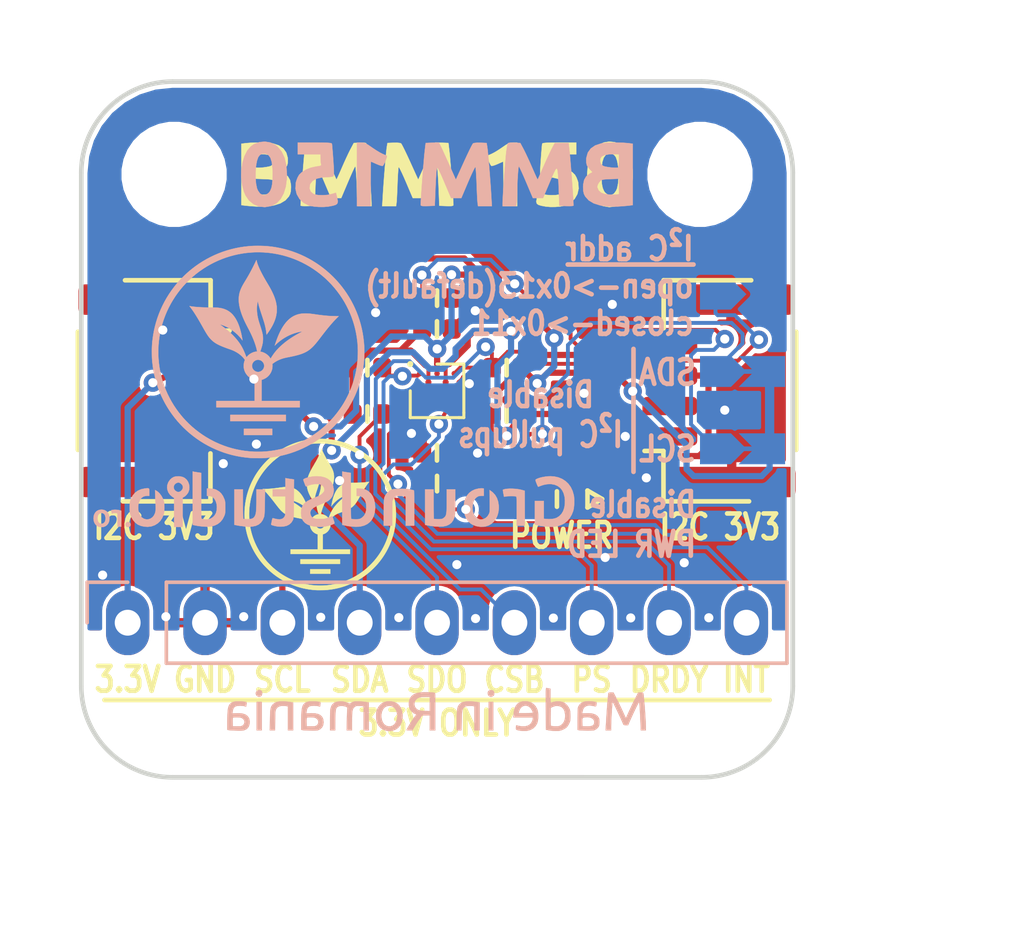
<source format=kicad_pcb>
(kicad_pcb (version 20221018) (generator pcbnew)
  (title_block (title "BMM150") (date "2021-06-03") (rev "0.01") (company "GroundStudio.ro") (comment 1 "Layout: Victor") (comment 2 "Copper weight: 1oz") (comment 3 "Layer no: 2"))
  (layers (0 "F.Cu" mixed) (31 "B.Cu" mixed) (34 "B.Paste" user) (35 "F.Paste" user) (36 "B.SilkS" user "B.Silkscreen") (37 "F.SilkS" user "F.Silkscreen") (38 "B.Mask" user) (39 "F.Mask" user) (44 "Edge.Cuts" user))
  (net 0 "")
  (net 1 "Protocol_Select")
  (net 2 "GND")
  (net 3 "Net-(D1-Pad1)")
  (net 4 "INT")
  (net 5 "DRDY")
  (net 6 "3V3_CSB")
  (net 7 "3V3_SDO")
  (net 8 "3V3_SDA")
  (net 9 "3V3_SCL")
  (net 10 "+3V3")
  (net 11 "Net-(J4-Pad1)")
  (net 12 "Net-(J5-Pad1)")
  (net 13 "Net-(J3-Pad1)")
  (footprint "GS_Local:C_0402_alt" (layer "F.Cu") (at -0.00254 2.03708)
    (fp_text reference "C1")
    (fp_text value "C_0402_100nF_16V")
    (pad "1" smd roundrect (at -0.485 0) (size 0.59 0.64) (layers "F.Cu" "F.Paste" "F.Mask") (net 2 "GND"))
    (pad "2" smd roundrect (at 0.485 0) (size 0.59 0.64) (layers "F.Cu" "F.Paste" "F.Mask") (net 10 "+3V3"))
  )
  (footprint "GS_Local:C_0402_alt" (layer "F.Cu") (at -0.00254 -2.032 180)
    (fp_text reference "C2")
    (fp_text value "C_0402_100nF_16V")
    (pad "1" smd roundrect (at -0.485 0 180) (size 0.59 0.64) (layers "F.Cu" "F.Paste" "F.Mask") (net 2 "GND"))
    (pad "2" smd roundrect (at 0.485 0 180) (size 0.59 0.64) (layers "F.Cu" "F.Paste" "F.Mask") (net 10 "+3V3"))
  )
  (footprint "GS_Local:LED_0402_alt" (layer "F.Cu") (at 3.937 3.556 180)
    (fp_text reference "D1")
    (fp_text value "LED_0402_RED")
    (pad "1" smd roundrect (at -0.485 0 180) (size 0.59 0.64) (layers "F.Cu" "F.Paste" "F.Mask") (net 3 "Net-(D1-Pad1)"))
    (pad "2" smd roundrect (at 0.485 0 180) (size 0.59 0.64) (layers "F.Cu" "F.Paste" "F.Mask") (net 10 "+3V3"))
  )
  (footprint "GS_Local:Fiducial_0.75mm_Mask1.5mm" (layer "F.Cu") (at -10.668 -4.826)
    (fp_text reference "FID1")
    (fp_text value "Fiducial")
    (pad "" smd circle (at 0 0) (size 0.75 0.75) (layers "F.Cu" "F.Mask") (clearance 0.375))
  )
  (footprint "GS_Local:Fiducial_0.75mm_Mask1.5mm" (layer "F.Cu") (at 10.7696 5.6642)
    (fp_text reference "FID2")
    (fp_text value "Fiducial")
    (pad "" smd circle (at 0 0) (size 0.75 0.75) (layers "F.Cu" "F.Mask") (clearance 0.375))
  )
  (footprint "GS_Local:R_0402_alt" (layer "F.Cu") (at 2.286 0.762 180)
    (fp_text reference "R1")
    (fp_text value "R_0402_2.2k")
    (pad "1" smd roundrect (at -0.485 0 180) (size 0.59 0.64) (layers "F.Cu" "F.Paste" "F.Mask") (net 8 "3V3_SDA"))
    (pad "2" smd roundrect (at 0.485 0 180) (size 0.59 0.64) (layers "F.Cu" "F.Paste" "F.Mask") (net 11 "Net-(J4-Pad1)"))
  )
  (footprint "GS_Local:R_0402_alt" (layer "F.Cu") (at -2.286 0.762 180)
    (fp_text reference "R2")
    (fp_text value "R_0402_10k")
    (pad "1" smd roundrect (at -0.485 0 180) (size 0.59 0.64) (layers "F.Cu" "F.Paste" "F.Mask") (net 7 "3V3_SDO"))
    (pad "2" smd roundrect (at 0.485 0 180) (size 0.59 0.64) (layers "F.Cu" "F.Paste" "F.Mask") (net 10 "+3V3"))
  )
  (footprint "GS_Local:R_0402_alt" (layer "F.Cu") (at 0 -3.048 180)
    (fp_text reference "R3")
    (fp_text value "R_0402_2.2k")
    (pad "1" smd roundrect (at -0.485 0 180) (size 0.59 0.64) (layers "F.Cu" "F.Paste" "F.Mask") (net 9 "3V3_SCL"))
    (pad "2" smd roundrect (at 0.485 0 180) (size 0.59 0.64) (layers "F.Cu" "F.Paste" "F.Mask") (net 12 "Net-(J5-Pad1)"))
  )
  (footprint "GS_Local:R_0402_alt" (layer "F.Cu") (at 0 3.048 180)
    (fp_text reference "R4")
    (fp_text value "R_0402_10k")
    (pad "1" smd roundrect (at -0.485 0 180) (size 0.59 0.64) (layers "F.Cu" "F.Paste" "F.Mask") (net 3 "Net-(D1-Pad1)"))
    (pad "2" smd roundrect (at 0.485 0 180) (size 0.59 0.64) (layers "F.Cu" "F.Paste" "F.Mask") (net 13 "Net-(J3-Pad1)"))
  )
  (footprint "GS_Local:R_0402_alt" (layer "F.Cu") (at 2.286 -0.762)
    (fp_text reference "R5")
    (fp_text value "R_0402_10k")
    (pad "1" smd roundrect (at -0.485 0) (size 0.59 0.64) (layers "F.Cu" "F.Paste" "F.Mask") (net 6 "3V3_CSB"))
    (pad "2" smd roundrect (at 0.485 0) (size 0.59 0.64) (layers "F.Cu" "F.Paste" "F.Mask") (net 10 "+3V3"))
  )
  (footprint "GS_Local:R_0402_alt" (layer "F.Cu") (at -2.286 -0.762 180)
    (fp_text reference "R6")
    (fp_text value "R_0402_10k")
    (pad "1" smd roundrect (at -0.485 0 180) (size 0.59 0.64) (layers "F.Cu" "F.Paste" "F.Mask") (net 1 "Protocol_Select"))
    (pad "2" smd roundrect (at 0.485 0 180) (size 0.59 0.64) (layers "F.Cu" "F.Paste" "F.Mask") (net 10 "+3V3"))
  )
  (footprint "GS_Local:WLCSP-12_1.56x1.56mm_P0.4mm" (layer "F.Cu") (at 0 0)
    (fp_text reference "U1")
    (fp_text value "WLCSP-12 BMM150")
    (pad "A1" smd circle (at -0.566 -0.566) (size 0.18 0.18) (layers "F.Cu" "F.Paste" "F.Mask") (net 1 "Protocol_Select"))
    (pad "A3" smd circle (at 0 -0.566) (size 0.18 0.18) (layers "F.Cu" "F.Paste" "F.Mask") (net 9 "3V3_SCL"))
    (pad "A5" smd circle (at 0.566 -0.566) (size 0.18 0.18) (layers "F.Cu" "F.Paste" "F.Mask") (net 6 "3V3_CSB"))
    (pad "B2" smd circle (at -0.283 -0.283) (size 0.2 0.2) (layers "F.Cu" "F.Paste" "F.Mask") (net 10 "+3V3"))
    (pad "B4" smd circle (at 0.283 -0.283) (size 0.2 0.2) (layers "F.Cu" "F.Paste" "F.Mask") (net 8 "3V3_SDA"))
    (pad "C1" smd circle (at -0.566 0) (size 0.18 0.18) (layers "F.Cu" "F.Paste" "F.Mask") (net 7 "3V3_SDO"))
    (pad "C5" smd circle (at 0.566 0) (size 0.18 0.18) (layers "F.Cu" "F.Paste" "F.Mask") (net 2 "GND"))
    (pad "D2" smd circle (at -0.283 0.283) (size 0.2 0.2) (layers "F.Cu" "F.Paste" "F.Mask") (net 4 "INT"))
    (pad "D4" smd circle (at 0.283 0.283) (size 0.2 0.2) (layers "F.Cu" "F.Paste" "F.Mask") (net 5 "DRDY"))
    (pad "E1" smd circle (at -0.566 0.566) (size 0.18 0.18) (layers "F.Cu" "F.Paste" "F.Mask") (net 2 "GND"))
    (pad "E3" smd circle (at 0 0.566) (size 0.18 0.18) (layers "F.Cu" "F.Paste" "F.Mask") (net 2 "GND"))
    (pad "E5" smd circle (at 0.566 0.566) (size 0.18 0.18) (layers "F.Cu" "F.Paste" "F.Mask") (net 10 "+3V3"))
  )
  (footprint "GS_Local:SH__1x04_P1.00mm_Horizontal" (layer "F.Cu") (at 9.525 0 90)
    (fp_text reference "X1")
    (fp_text value "SH_1x04_P1.0_H")
    (pad "0" smd roundrect (at -2.9972 0.1524 90) (size 1 4.199999) (layers "F.Cu" "F.Paste" "F.Mask") (roundrect_rratio 0.208) (net 2 "GND"))
    (pad "0" smd roundrect (at 2.9972 0.127 90) (size 1 4.199999) (layers "F.Cu" "F.Paste" "F.Mask") (roundrect_rratio 0.208) (net 2 "GND"))
    (pad "1" smd roundrect (at -1.5 -1.8796 90) (size 0.6 1.8) (layers "F.Cu" "F.Paste" "F.Mask") (net 2 "GND"))
    (pad "2" smd roundrect (at -0.5 -1.8796 90) (size 0.6 1.8) (layers "F.Cu" "F.Paste" "F.Mask") (net 10 "+3V3"))
    (pad "3" smd roundrect (at 0.5 -1.8796 90) (size 0.6 1.8) (layers "F.Cu" "F.Paste" "F.Mask") (net 8 "3V3_SDA"))
    (pad "4" smd roundrect (at 1.5 -1.8796 90) (size 0.6 1.8) (layers "F.Cu" "F.Paste" "F.Mask") (net 9 "3V3_SCL"))
  )
  (footprint "GS_Local:SH__1x04_P1.00mm_Horizontal" (layer "F.Cu") (at -9.525 0 -90)
    (fp_text reference "X2")
    (fp_text value "SH_1x04_P1.0_H")
    (pad "0" smd roundrect (at -2.9972 0.1524 270) (size 1 4.199999) (layers "F.Cu" "F.Paste" "F.Mask") (roundrect_rratio 0.208) (net 2 "GND"))
    (pad "0" smd roundrect (at 2.9972 0.127 270) (size 1 4.199999) (layers "F.Cu" "F.Paste" "F.Mask") (roundrect_rratio 0.208) (net 2 "GND"))
    (pad "1" smd roundrect (at -1.5 -1.8796 270) (size 0.6 1.8) (layers "F.Cu" "F.Paste" "F.Mask") (net 2 "GND"))
    (pad "2" smd roundrect (at -0.5 -1.8796 270) (size 0.6 1.8) (layers "F.Cu" "F.Paste" "F.Mask") (net 10 "+3V3"))
    (pad "3" smd roundrect (at 0.5 -1.8796 270) (size 0.6 1.8) (layers "F.Cu" "F.Paste" "F.Mask") (net 8 "3V3_SDA"))
    (pad "4" smd roundrect (at 1.5 -1.8796 270) (size 0.6 1.8) (layers "F.Cu" "F.Paste" "F.Mask") (net 9 "3V3_SCL"))
  )
  (footprint "GS_Local:SCREW_M3" (layer "F.Cu") (at -8.636 -7.112)
    (fp_text reference "REF**")
    (fp_text value "SCREW_M3")
    (pad "" np_thru_hole circle (at 0 0) (size 3.2 3.2) (drill 3.2) (layers "*.Cu" "*.Mask"))
  )
  (footprint "GS_Local:SCREW_M3" (layer "F.Cu") (at 8.636 -7.112)
    (fp_text reference "REF**")
    (fp_text value "SCREW_M3")
    (pad "" np_thru_hole circle (at 0 0) (size 3.2 3.2) (drill 3.2) (layers "*.Cu" "*.Mask"))
  )
  (footprint "GS_Branding:GS_Logo2_5x5" (layer "F.Cu") (at -3.8354 4.064)
    (fp_text reference "G***")
    (fp_text value "LOGO")
  )
  (footprint "GS_Local:BMM150_title_text" (layer "F.Cu") (at 0 -7.112)
    (fp_text reference "G***")
    (fp_text value "LOGO")
  )
  (footprint "GS_Local:SolderJumper_NO" (layer "B.Cu") (at 10.033 -3.175)
    (fp_text reference "J2")
    (fp_text value "CSB select")
    (pad "1" smd custom (at -0.889 0) (size 0.9906 0.9906) (layers "B.Cu" "B.Mask") (net 6 "3V3_CSB") (options (clearance outline) (anchor rect)) (primitives (gr_poly (pts (xy -0.508 0.508) (xy 0.508 0.508) (xy 1.016 0) (xy 0.508 -0.508) (xy -0.508 -0.508)) (width 0) (fill yes))))
    (pad "2" smd custom (at 0.889 0 180) (size 0.9906 0.9906) (layers "B.Cu" "B.Mask") (net 2 "GND") (options (clearance outline) (anchor rect)) (primitives (gr_poly (pts (xy -0.508 0.508) (xy 1.016 0.508) (xy 0.508 0) (xy 1.016 -0.508) (xy -0.508 -0.508)) (width 0) (fill yes))))
  )
  (footprint "GS_Local:SolderJumper_NC" (layer "B.Cu") (at 10.033 4.445)
    (fp_text reference "J3")
    (fp_text value "Cut to disable PWR LED")
    (fp_line (start 0.05334 0) (end 0.30988 0) (stroke (width 0.1524)) (layer "B.Cu"))
    (pad "1" smd custom (at -0.889 0) (size 0.9906 0.9906) (layers "B.Cu" "B.Mask") (net 13 "Net-(J3-Pad1)") (options (clearance outline) (anchor rect)) (primitives (gr_poly (pts (xy -0.508 0.508) (xy 0.508 0.508) (xy 1.016 0) (xy 0.508 -0.508) (xy -0.508 -0.508)) (width 0) (fill yes))))
    (pad "2" smd custom (at 0.889 0 180) (size 0.9906 0.9906) (layers "B.Cu" "B.Mask") (net 2 "GND") (options (clearance outline) (anchor rect)) (primitives (gr_poly (pts (xy -0.508 0.508) (xy 1.016 0.508) (xy 0.508 0) (xy 1.016 -0.508) (xy -0.508 -0.508)) (width 0) (fill yes))))
  )
  (footprint "GS_Local:SolderJumper_NC" (layer "B.Cu") (at 10.033 -0.635)
    (fp_text reference "J4")
    (fp_text value "SDA PU")
    (fp_line (start 0.05334 0) (end 0.30988 0) (stroke (width 0.1524)) (layer "B.Cu"))
    (pad "1" smd custom (at -0.889 0) (size 0.9906 0.9906) (layers "B.Cu" "B.Mask") (net 11 "Net-(J4-Pad1)") (options (clearance outline) (anchor rect)) (primitives (gr_poly (pts (xy -0.508 0.508) (xy 0.508 0.508) (xy 1.016 0) (xy 0.508 -0.508) (xy -0.508 -0.508)) (width 0) (fill yes))))
    (pad "2" smd custom (at 0.889 0 180) (size 0.9906 0.9906) (layers "B.Cu" "B.Mask") (net 10 "+3V3") (options (clearance outline) (anchor rect)) (primitives (gr_poly (pts (xy -0.508 0.508) (xy 1.016 0.508) (xy 0.508 0) (xy 1.016 -0.508) (xy -0.508 -0.508)) (width 0) (fill yes))))
  )
  (footprint "GS_Local:SolderJumper_NC" (layer "B.Cu") (at 10.033 1.905)
    (fp_text reference "J5")
    (fp_text value "SCL PU")
    (fp_line (start 0.05334 0) (end 0.30988 0) (stroke (width 0.1524)) (layer "B.Cu"))
    (pad "1" smd custom (at -0.889 0) (size 0.9906 0.9906) (layers "B.Cu" "B.Mask") (net 12 "Net-(J5-Pad1)") (options (clearance outline) (anchor rect)) (primitives (gr_poly (pts (xy -0.508 0.508) (xy 0.508 0.508) (xy 1.016 0) (xy 0.508 -0.508) (xy -0.508 -0.508)) (width 0) (fill yes))))
    (pad "2" smd custom (at 0.889 0 180) (size 0.9906 0.9906) (layers "B.Cu" "B.Mask") (net 10 "+3V3") (options (clearance outline) (anchor rect)) (primitives (gr_poly (pts (xy -0.508 0.508) (xy 1.016 0.508) (xy 0.508 0) (xy 1.016 -0.508) (xy -0.508 -0.508)) (width 0) (fill yes))))
  )
  (footprint "GS_Local:PinHeader_1x09_P2.54mm_Vertical_Male" (layer "B.Cu") (at -10.16 7.62 -90)
    (fp_text reference "J1")
    (fp_text value "PinHeader_1x09_P2.54_V_M")
    (pad "1" thru_hole oval (at 0 0 270) (size 2.1336 1.4224) (drill 0.849884) (layers "*.Cu" "*.Mask") (net 10 "+3V3"))
    (pad "2" thru_hole oval (at 0 -2.54 270) (size 2.1336 1.4224) (drill 0.849884) (layers "*.Cu" "*.Mask") (net 2 "GND"))
    (pad "3" thru_hole oval (at 0 -5.08 270) (size 2.1336 1.4224) (drill 0.849884) (layers "*.Cu" "*.Mask") (net 9 "3V3_SCL"))
    (pad "4" thru_hole oval (at 0 -7.62 270) (size 2.1336 1.4224) (drill 0.849884) (layers "*.Cu" "*.Mask") (net 8 "3V3_SDA"))
    (pad "5" thru_hole oval (at 0 -10.16 270) (size 2.1336 1.4224) (drill 0.849884) (layers "*.Cu" "*.Mask") (net 7 "3V3_SDO"))
    (pad "6" thru_hole oval (at 0 -12.7 270) (size 2.1336 1.4224) (drill 0.849884) (layers "*.Cu" "*.Mask") (net 6 "3V3_CSB"))
    (pad "7" thru_hole oval (at 0 -15.24 270) (size 2.1336 1.4224) (drill 0.849884) (layers "*.Cu" "*.Mask") (net 1 "Protocol_Select"))
    (pad "8" thru_hole oval (at 0 -17.78 270) (size 2.1336 1.4224) (drill 0.849884) (layers "*.Cu" "*.Mask") (net 5 "DRDY"))
    (pad "9" thru_hole oval (at 0 -20.32 270) (size 2.1336 1.4224) (drill 0.849884) (layers "*.Cu" "*.Mask") (net 4 "INT"))
  )
  (footprint "GS_Branding:GS_GroundStudio_14.6x1.8" (layer "B.Cu") (at -2.794 3.556 180)
    (fp_text reference "G***")
    (fp_text value "LOGO")
  )
  (footprint "GS_Branding:GS_.ro_1.2x0.6" (layer "B.Cu") (at -10.67308 4.191 180)
    (fp_text reference "G***")
    (fp_text value "LOGO")
  )
  (footprint "GS_Branding:GS_Logo2_7x7" (layer "B.Cu") (at -5.87756 -1.27508 180)
    (fp_text reference "G***")
    (fp_text value "LOGO")
  )
  (footprint "GS_Branding:GS_Made in Romania_13.8x1.4" (layer "B.Cu") (at 0 10.4648 180)
    (fp_text reference "G***")
    (fp_text value "LOGO")
  )
  (footprint "GS_Local:BMM150_title_text" (layer "B.Cu") (at 0 -7.112 180)
    (fp_text reference "G***")
    (fp_text value "LOGO")
  )
  (gr_line (start 8.42264 -4.15036) (end 4.2926 -4.15036) (stroke (width 0.1524)) (layer "B.SilkS"))
  (gr_line (start 6.4516 2.66192) (end 6.4516 -1.37668) (stroke (width 0.1524)) (layer "B.SilkS"))
  (gr_line (start -10.922 10.16) (end 10.922 10.16) (stroke (width 0.1524)) (layer "F.SilkS"))
  (gr_arc (start -11.684 -7.16) (mid -10.80532 -9.28132) (end -8.684 -10.16) (stroke (width 0.1524)) (layer "Edge.Cuts"))
  (gr_line (start -8.684 -10.16) (end 8.684 -10.16) (stroke (width 0.1524)) (layer "Edge.Cuts"))
  (gr_line (start 11.684 9.70026) (end 11.684 -7.16) (stroke (width 0.1524)) (layer "Edge.Cuts"))
  (gr_arc (start -8.684 12.7) (mid -10.80532 11.82132) (end -11.684 9.7) (stroke (width 0.1524)) (layer "Edge.Cuts"))
  (gr_arc (start 11.684 9.70026) (mid 10.80532 11.82158) (end 8.684 12.70026) (stroke (width 0.1524)) (layer "Edge.Cuts"))
  (gr_arc (start 8.684 -10.16) (mid 10.80532 -9.28132) (end 11.684 -7.16) (stroke (width 0.1524)) (layer "Edge.Cuts"))
  (gr_line (start -8.684 12.7) (end 8.684 12.70026) (stroke (width 0.1524)) (layer "Edge.Cuts"))
  (gr_line (start -11.684 -7.16) (end -11.684 9.7) (stroke (width 0.1524)) (layer "Edge.Cuts"))
  (gr_text "Disable\nPWR LED" (at 8.5852 4.3942) (layer "B.SilkS") (effects (font (size 0.8128 0.635) (thickness 0.1524)) (justify left mirror)))
  (gr_text "Disable\nI²C pullups" (at 3.39344 0.7874) (layer "B.SilkS") (effects (font (size 0.8128 0.635) (thickness 0.1524)) (justify mirror)))
  (gr_text "SCL" (at 7.5692 1.91516) (layer "B.SilkS") (effects (font (size 0.8128 0.6604) (thickness 0.1524)) (justify mirror)))
  (gr_text "SDA" (at 7.55904 -0.59944) (layer "B.SilkS") (effects (font (size 0.8128 0.6604) (thickness 0.1524)) (justify mirror)))
  (gr_text "I²C addr\nopen->0x13(default)\nclosed->0x11" (at 8.509 -3.44424) (layer "B.SilkS") (effects (font (size 0.762 0.6604) (thickness 0.1524)) (justify left mirror)))
  (gr_text "3.3V" (at -10.16 9.48436) (layer "F.SilkS") (effects (font (size 0.8128 0.6604) (thickness 0.1524))))
  (gr_text "GND" (at -7.62 9.48436) (layer "F.SilkS") (effects (font (size 0.8128 0.6604) (thickness 0.1524))))
  (gr_text "SCL" (at -5.08 9.48436) (layer "F.SilkS") (effects (font (size 0.8128 0.6604) (thickness 0.1524))))
  (gr_text "SDA" (at -2.54 9.48436) (layer "F.SilkS") (effects (font (size 0.8128 0.6604) (thickness 0.1524))))
  (gr_text "SDO" (at 0 9.48436) (layer "F.SilkS") (effects (font (size 0.8128 0.6604) (thickness 0.1524))))
  (gr_text "CSB" (at 2.54 9.48436) (layer "F.SilkS") (effects (font (size 0.8128 0.6604) (thickness 0.1524))))
  (gr_text "PS" (at 5.08 9.48436) (layer "F.SilkS") (effects (font (size 0.8128 0.6604) (thickness 0.1524))))
  (gr_text "DRDY" (at 7.62 9.48436) (layer "F.SilkS") (effects (font (size 0.8128 0.6604) (thickness 0.1524))))
  (gr_text "INT" (at 10.16 9.48436) (layer "F.SilkS") (effects (font (size 0.8128 0.6604) (thickness 0.1524))))
  (gr_text "3.3V ONLY" (at 0 10.922) (layer "F.SilkS") (effects (font (size 0.8128 0.6604) (thickness 0.1524))))
  (gr_text "I2C 3V3" (at -9.2964 4.46532) (layer "F.SilkS") (effects (font (size 0.8128 0.6604) (thickness 0.1524))))
  (gr_text "I2C 3V3" (at 9.29132 4.47548) (layer "F.SilkS") (effects (font (size 0.8128 0.6604) (thickness 0.1524))))
  (gr_text "POWER" (at 4.09448 4.75488) (layer "F.SilkS") (effects (font (size 0.8128 0.6604) (thickness 0.1524))))
  (segment (start -0.63162 -0.50038) (end -1.53938 -0.50038) (width 0.127) (layer "F.Cu") (net 1))
  (segment (start -0.566 -0.566) (end -0.63162 -0.50038) (width 0.127) (layer "F.Cu") (net 1))
  (segment (start -1.53938 -0.50038) (end -1.801 -0.762) (width 0.127) (layer "F.Cu") (net 1))
  (via (at -1.135788 -0.477599) (size 0.6) (drill 0.3) (layers "F.Cu" "B.Cu") (net 1))
  (segment (start -1.75768 2.383975) (end -1.75768 -0.28448) (width 0.127) (layer "B.Cu") (net 1))
  (segment (start 5.08 7.62) (end 5.08 5.74548) (width 0.127) (layer "B.Cu") (net 1))
  (segment (start -2.028312 3.386135) (end -2.028312 2.654607) (width 0.127) (layer "B.Cu") (net 1))
  (segment (start -0.207415 5.207032) (end -2.028312 3.386135) (width 0.127) (layer "B.Cu") (net 1))
  (segment (start 4.541552 5.207032) (end -0.207415 5.207032) (width 0.127) (layer "B.Cu") (net 1))
  (segment (start -2.028312 2.654607) (end -1.75768 2.383975) (width 0.127) (layer "B.Cu") (net 1))
  (segment (start -1.75768 -0.28448) (end -1.564561 -0.477599) (width 0.127) (layer "B.Cu") (net 1))
  (segment (start -1.564561 -0.477599) (end -1.135788 -0.477599) (width 0.127) (layer "B.Cu") (net 1))
  (segment (start 5.08 5.74548) (end 4.541552 5.207032) (width 0.127) (layer "B.Cu") (net 1))
  (segment (start -0.127279 0.566) (end 0 0.566) (width 0.127) (layer "F.Cu") (net 2))
  (segment (start -0.476001 0.655999) (end -0.217278 0.655999) (width 0.127) (layer "F.Cu") (net 2))
  (segment (start -0.217278 0.655999) (end -0.127279 0.566) (width 0.127) (layer "F.Cu") (net 2))
  (segment (start 0.48246 -2.032) (end 1.25476 -2.63144) (width 0.3048) (layer "F.Cu") (net 2))
  (segment (start -0.566 0.566) (end -0.476001 0.655999) (width 0.127) (layer "F.Cu") (net 2))
  (via (at -2.01676 -2.57048) (size 0.6) (drill 0.3) (layers "F.Cu" "B.Cu") (net 2))
  (via (at 1.33096 2.04724) (size 0.6) (drill 0.3) (layers "F.Cu" "B.Cu") (net 2))
  (via (at 5.75564 -2.83972) (size 0.6) (drill 0.3) (layers "F.Cu" "B.Cu") (net 2))
  (via (at -1.25476 7.45236) (size 0.6) (drill 0.3) (layers "F.Cu" "B.Cu") (net 2))
  (via (at 0.65024 5.70992) (size 0.6) (drill 0.3) (layers "F.Cu" "B.Cu") (net 2))
  (via (at 3.82016 7.4676) (size 0.6) (drill 0.3) (layers "F.Cu" "B.Cu") (net 2))
  (via (at 6.36016 7.46252) (size 0.6) (drill 0.3) (layers "F.Cu" "B.Cu") (net 2))
  (via (at 8.92556 7.45744) (size 0.6) (drill 0.3) (layers "F.Cu" "B.Cu") (net 2))
  (via (at 1.05918 -0.23368) (size 0.6) (drill 0.3) (layers "F.Cu" "B.Cu") (net 2))
  (via (at 6.87324 2.86004) (size 0.6) (drill 0.3) (layers "F.Cu" "B.Cu") (net 2))
  (via (at -3.2004 2.95148) (size 0.6) (drill 0.3) (layers "F.Cu" "B.Cu") (net 2))
  (via (at 4.826 0.08128) (size 0.6) (drill 0.3) (layers "F.Cu" "B.Cu") (net 2))
  (via (at 1.26492 7.48284) (size 0.6) (drill 0.3) (layers "F.Cu" "B.Cu") (net 2))
  (via (at 5.52196 5.47624) (size 0.6) (drill 0.3) (layers "F.Cu" "B.Cu") (net 2))
  (via (at 8.11784 5.64896) (size 0.6) (drill 0.3) (layers "F.Cu" "B.Cu") (net 2))
  (via (at -5.93344 1.7526) (size 0.6) (drill 0.3) (layers "F.Cu" "B.Cu") (net 2))
  (via (at -6.01472 -0.38608) (size 0.6) (drill 0.3) (layers "F.Cu" "B.Cu") (net 2))
  (via (at -9.00684 -1.99644) (size 0.6) (drill 0.3) (layers "F.Cu" "B.Cu") (net 2))
  (via (at -7.02056 2.39268) (size 0.6) (drill 0.3) (layers "F.Cu" "B.Cu") (net 2))
  (via (at -6.35 7.42188) (size 0.6) (drill 0.3) (layers "F.Cu" "B.Cu") (net 2))
  (via (at -8.90524 7.42188) (size 0.6) (drill 0.3) (layers "F.Cu" "B.Cu") (net 2))
  (via (at -10.98296 6.05536) (size 0.6) (drill 0.3) (layers "F.Cu" "B.Cu") (net 2))
  (via (at -3.82016 7.4422) (size 0.6) (drill 0.3) (layers "F.Cu" "B.Cu") (net 2))
  (via (at 6.18236 1.4986) (size 0.6) (drill 0.3) (layers "F.Cu" "B.Cu") (net 2))
  (via (at -0.84074 1.39954) (size 0.6) (drill 0.3) (layers "F.Cu" "B.Cu") (net 2))
  (via (at 1.25476 -2.63144) (size 0.6) (drill 0.3) (layers "F.Cu" "B.Cu") (net 2))
  (via (at 9.4488 0.635) (size 0.6) (drill 0.3) (layers "F.Cu" "B.Cu") (net 2))
  (segment (start 3.90892 4.06908) (end 4.422 3.556) (width 0.127) (layer "F.Cu") (net 3))
  (segment (start 0.485 3.048) (end 0.98552 3.048) (width 0.127) (layer "F.Cu") (net 3))
  (segment (start 2.0066 4.06908) (end 3.90892 4.06908) (width 0.127) (layer "F.Cu") (net 3))
  (segment (start 0.98552 3.048) (end 2.0066 4.06908) (width 0.127) (layer "F.Cu") (net 3))
  (segment (start -0.87228 0.283) (end -1.31549 0.72621) (width 0.127) (layer "F.Cu") (net 4))
  (segment (start -1.58379 2.763241) (end -1.283791 3.06324) (width 0.127) (layer "F.Cu") (net 4))
  (segment (start -1.31549 1.161048) (end -1.58379 1.429348) (width 0.127) (layer "F.Cu") (net 4))
  (segment (start -0.283 0.283) (end -0.87228 0.283) (width 0.127) (layer "F.Cu") (net 4))
  (segment (start -1.31549 0.72621) (end -1.31549 1.161048) (width 0.127) (layer "F.Cu") (net 4))
  (segment (start -1.58379 1.429348) (end -1.58379 2.763241) (width 0.127) (layer "F.Cu") (net 4))
  (via (at -1.283791 3.06324) (size 0.6) (drill 0.3) (layers "F.Cu" "B.Cu") (net 4))
  (segment (start -1.283791 3.402509) (end -1.283791 3.06324) (width 0.127) (layer "B.Cu") (net 4))
  (segment (start 8.87731 5.14351) (end 7.387415 5.14351) (width 0.127) (layer "B.Cu") (net 4))
  (segment (start 0.01016 4.69646) (end -1.283791 3.402509) (width 0.127) (layer "B.Cu") (net 4))
  (segment (start 6.940365 4.69646) (end 0.01016 4.69646) (width 0.127) (layer "B.Cu") (net 4))
  (segment (start 7.387415 5.14351) (end 6.940365 4.69646) (width 0.127) (layer "B.Cu") (net 4))
  (segment (start 10.16 6.4262) (end 8.87731 5.14351) (width 0.127) (layer "B.Cu") (net 4))
  (segment (start 10.16 7.62) (end 10.16 6.4262) (width 0.127) (layer "B.Cu") (net 4))
  (segment (start 0.283 0.283) (end 0.283 0.69744) (width 0.127) (layer "F.Cu") (net 5))
  (segment (start 0.283 0.69744) (end 0.06096 1.09474) (width 0.127) (layer "F.Cu") (net 5))
  (via (at 0.06096 1.09474) (size 0.6) (drill 0.3) (layers "F.Cu" "B.Cu") (net 5))
  (segment (start -1.774301 3.280921) (end -0.102222 4.953) (width 0.127) (layer "B.Cu") (net 5))
  (segment (start 6.83768 4.953) (end 7.62 5.73532) (width 0.127) (layer "B.Cu") (net 5))
  (segment (start -0.102222 4.953) (end 6.83768 4.953) (width 0.127) (layer "B.Cu") (net 5))
  (segment (start 0.06096 1.09474) (end 0.06096 1.519004) (width 0.127) (layer "B.Cu") (net 5))
  (segment (start -0.840656 2.42062) (end -1.4351 2.42062) (width 0.127) (layer "B.Cu") (net 5))
  (segment (start 7.62 5.73532) (end 7.62 7.62) (width 0.127) (layer "B.Cu") (net 5))
  (segment (start 0.06096 1.519004) (end -0.840656 2.42062) (width 0.127) (layer "B.Cu") (net 5))
  (segment (start -1.774301 2.759821) (end -1.774301 3.280921) (width 0.127) (layer "B.Cu") (net 5))
  (segment (start -1.4351 2.42062) (end -1.774301 2.759821) (width 0.127) (layer "B.Cu") (net 5))
  (segment (start 6.650314 -0.886471) (end 3.456929 -0.886471) (width 0.127) (layer "F.Cu") (net 6))
  (segment (start 0.762 -0.762) (end 1.801 -0.762) (width 0.127) (layer "F.Cu") (net 6))
  (segment (start 6.754353 -0.99051) (end 6.650314 -0.886471) (width 0.127) (layer "F.Cu") (net 6))
  (segment (start 1.801 -0.762) (end 1.801 -1.23655) (width 0.127) (layer "F.Cu") (net 6))
  (segment (start 9.88051 -0.99051) (end 6.754353 -0.99051) (width 0.127) (layer "F.Cu") (net 6))
  (segment (start 3.05696 -1.28644) (end 2.32544 -1.28644) (width 0.127) (layer "F.Cu") (net 6))
  (segment (start 1.801 -1.23655) (end 1.59512 -1.44243) (width 0.127) (layer "F.Cu") (net 6))
  (segment (start 2.32544 -1.28644) (end 1.801 -0.762) (width 0.127) (layer "F.Cu") (net 6))
  (segment (start 0.566 -0.566) (end 0.762 -0.762) (width 0.127) (layer "F.Cu") (net 6))
  (segment (start 10.56894 -1.67894) (end 9.88051 -0.99051) (width 0.127) (layer "F.Cu") (net 6))
  (segment (start 3.456929 -0.886471) (end 3.05696 -1.28644) (width 0.127) (layer "F.Cu") (net 6))
  (via (at 10.56894 -1.67894) (size 0.6) (drill 0.3) (layers "F.Cu" "B.Cu") (net 6))
  (via (at 1.59512 -1.44243) (size 0.6) (drill 0.3) (layers "F.Cu" "B.Cu") (net 6))
  (segment (start 2.54 7.62) (end 1.4478 6.5278) (width 0.127) (layer "B.Cu") (net 6))
  (segment (start 10.56894 -1.67894) (end 10.484286 -1.778) (width 0.127) (layer "B.Cu") (net 6))
  (segment (start 0.754128 6.5278) (end -2.282323 3.491349) (width 0.127) (layer "B.Cu") (net 6))
  (segment (start 1.4478 6.5278) (end 0.754128 6.5278) (width 0.127) (layer "B.Cu") (net 6))
  (segment (start 9.144 -2.556631) (end 9.144 -3.175) (width 0.127) (layer "B.Cu") (net 6))
  (segment (start 9.776776 -2.48551) (end 9.21512 -2.485511) (width 0.127) (layer "B.Cu") (net 6))
  (segment (start -0.36322 -0.431799) (end 0.531358 -0.4318) (width 0.127) (layer "B.Cu") (net 6))
  (segment (start -0.906759 -0.975338) (end -0.36322 -0.431799) (width 0.127) (layer "B.Cu") (net 6))
  (segment (start -2.011691 -0.389694) (end -1.426047 -0.975338) (width 0.127) (layer "B.Cu") (net 6))
  (segment (start -2.282323 3.491349) (end -2.282323 2.549393) (width 0.127) (layer "B.Cu") (net 6))
  (segment (start 9.21512 -2.485511) (end 9.144 -2.556631) (width 0.127) (layer "B.Cu") (net 6))
  (segment (start 0.531358 -0.4318) (end 1.541988 -1.44243) (width 0.127) (layer "B.Cu") (net 6))
  (segment (start 1.541988 -1.44243) (end 1.59512 -1.44243) (width 0.127) (layer "B.Cu") (net 6))
  (segment (start -2.011691 2.278761) (end -2.011691 -0.389694) (width 0.127) (layer "B.Cu") (net 6))
  (segment (start 10.484286 -1.778) (end 9.776776 -2.48551) (width 0.127) (layer "B.Cu") (net 6))
  (segment (start -1.426047 -0.975338) (end -0.906759 -0.975338) (width 0.127) (layer "B.Cu") (net 6))
  (segment (start -2.282323 2.549393) (end -2.011691 2.278761) (width 0.127) (layer "B.Cu") (net 6))
  (segment (start -1.651 0.6604) (end -1.69686 0.6604) (width 0.127) (layer "F.Cu") (net 7))
  (segment (start -0.566 0) (end -0.9906 0) (width 0.127) (layer "F.Cu") (net 7))
  (segment (start -0.9906 0) (end -1.651 0.6604) (width 0.127) (layer "F.Cu") (net 7))
  (segment (start -2.545521 1.506521) (end -2.545521 2.10054) (width 0.127) (layer "F.Cu") (net 7))
  (segment (start -1.801 0.762) (end -2.545521 1.506521) (width 0.127) (layer "F.Cu") (net 7))
  (via (at -2.545521 2.10054) (size 0.6) (drill 0.3) (layers "F.Cu" "B.Cu") (net 7))
  (segment (start 0 7.62) (end 0 6.132897) (width 0.127) (layer "B.Cu") (net 7))
  (segment (start 0 6.132897) (end -2.545521 3.587376) (width 0.127) (layer "B.Cu") (net 7))
  (segment (start -2.545521 3.587376) (end -2.545521 2.10054) (width 0.127) (layer "B.Cu") (net 7))
  (segment (start 1.00607 -1.48867) (end 1.00607 -1.75759) (width 0.2032) (layer "F.Cu") (net 8))
  (segment (start 1.00607 -1.75759) (end 1.21952 -1.97104) (width 0.2032) (layer "F.Cu") (net 8))
  (segment (start -7.6454 0.5) (end -7.616799 0.528601) (width 0.2032) (layer "F.Cu") (net 8))
  (segment (start 8.9154 -0.29464) (end 8.9154 1.83388) (width 0.2032) (layer "F.Cu") (net 8))
  (segment (start 4.65836 0.762) (end 2.771 0.762) (width 0.2032) (layer "F.Cu") (net 8))
  (segment (start 1.21952 -1.97104) (end 2.43078 -1.97104) (width 0.2032) (layer "F.Cu") (net 8))
  (segment (start 8.60552 2.14376) (end 6.04012 2.14376) (width 0.2032) (layer "F.Cu") (net 8))
  (segment (start 8.9154 1.83388) (end 8.60552 2.14376) (width 0.2032) (layer "F.Cu") (net 8))
  (segment (start 0.39624 -0.87884) (end 1.00607 -1.48867) (width 0.2032) (layer "F.Cu") (net 8))
  (segment (start 0.283 -0.7656) (end 0.39624 -0.87884) (width 0.127) (layer "F.Cu") (net 8))
  (segment (start 7.6454 -0.5) (end 8.71004 -0.5) (width 0.2032) (layer "F.Cu") (net 8))
  (segment (start 0.283 -0.283) (end 0.283 -0.7656) (width 0.127) (layer "F.Cu") (net 8))
  (segment (start 8.71004 -0.5) (end 8.9154 -0.29464) (width 0.2032) (layer "F.Cu") (net 8))
  (segment (start -7.616799 0.528601) (end -3.885919 0.528601) (width 0.2032) (layer "F.Cu") (net 8))
  (segment (start 6.04012 2.14376) (end 4.65836 0.762) (width 0.2032) (layer "F.Cu") (net 8))
  (segment (start -3.46202 0.9525) (end -3.46202 1.95834) (width 0.2032) (layer "F.Cu") (net 8))
  (segment (start -3.885919 0.528601) (end -3.46202 0.9525) (width 0.2032) (layer "F.Cu") (net 8))
  (segment (start 2.771 0.762) (end 2.29151 1.48082) (width 0.2032) (layer "F.Cu") (net 8))
  (via (at -3.46202 1.95834) (size 0.6) (drill 0.3) (layers "F.Cu" "B.Cu") (net 8))
  (via (at 2.29151 1.48082) (size 0.6) (drill 0.3) (layers "F.Cu" "B.Cu") (net 8))
  (via (at 2.43078 -1.97104) (size 0.6) (drill 0.3) (layers "F.Cu" "B.Cu") (net 8))
  (segment (start -1.547043 -1.267449) (end -0.785763 -1.267449) (width 0.2032) (layer "B.Cu") (net 8))
  (segment (start 0.6096 -1.38176) (end 1.19888 -1.97104) (width 0.2032) (layer "B.Cu") (net 8))
  (segment (start -2.642338 7.517662) (end -2.54 7.62) (width 0.127) (layer "B.Cu") (net 8))
  (segment (start 2.43078 -1.257258) (end 1.98374 -0.810218) (width 0.2032) (layer "B.Cu") (net 8))
  (segment (start -2.303802 0.800122) (end -2.303802 -0.51069) (width 0.2032) (layer "B.Cu") (net 8))
  (segment (start -2.54 7.62) (end -2.54 5.08254) (width 0.2032) (layer "B.Cu") (net 8))
  (segment (start 0.190509 -0.723909) (end 0.6096 -1.143) (width 0.2032) (layer "B.Cu") (net 8))
  (segment (start -0.242225 -0.723909) (end 0.190509 -0.723909) (width 0.2032) (layer "B.Cu") (net 8))
  (segment (start 2.43078 -1.97104) (end 2.43078 -1.257258) (width 0.2032) (layer "B.Cu") (net 8))
  (segment (start 1.98374 1.17305) (end 2.29151 1.48082) (width 0.2032) (layer "B.Cu") (net 8))
  (segment (start 0.6096 -1.143) (end 0.6096 -1.38176) (width 0.2032) (layer "B.Cu") (net 8))
  (segment (start 1.98374 -0.810218) (end 1.98374 1.17305) (width 0.2032) (layer "B.Cu") (net 8))
  (segment (start -2.54 5.08254) (end -3.93192 3.69062) (width 0.2032) (layer "B.Cu") (net 8))
  (segment (start -3.93192 2.42824) (end -3.46202 1.95834) (width 0.2032) (layer "B.Cu") (net 8))
  (segment (start -0.785763 -1.267449) (end -0.242225 -0.723909) (width 0.2032) (layer "B.Cu") (net 8))
  (segment (start -3.93192 3.69062) (end -3.93192 2.42824) (width 0.2032) (layer "B.Cu") (net 8))
  (segment (start -3.46202 1.95834) (end -2.303802 0.800122) (width 0.2032) (layer "B.Cu") (net 8))
  (segment (start 1.19888 -1.97104) (end 2.43078 -1.97104) (width 0.2032) (layer "B.Cu") (net 8))
  (segment (start -2.303802 -0.51069) (end -1.547043 -1.267449) (width 0.2032) (layer "B.Cu") (net 8))
  (segment (start -4.3561 0.86868) (end -4.05384 1.17094) (width 0.2032) (layer "F.Cu") (net 9))
  (segment (start 0 -0.566) (end 0 -0.87884) (width 0.127) (layer "F.Cu") (net 9))
  (segment (start 0 -0.87884) (end 0.00296 -0.8818) (width 0.2032) (layer "F.Cu") (net 9))
  (segment (start 0.47752 -3.05548) (end 0.485 -3.048) (width 0.2032) (layer "F.Cu") (net 9))
  (segment (start -5.08 3.429) (end -5.08 7.62) (width 0.2032) (layer "F.Cu") (net 9))
  (segment (start 3.177957 -1.983695) (end 3.177957 -1.57855) (width 0.2032) (layer "F.Cu") (net 9))
  (segment (start -6.42112 0.86868) (end -4.3561 0.86868) (width 0.2032) (layer "F.Cu") (net 9))
  (segment (start 6.423982 -1.178582) (end 6.7454 -1.5) (width 0.2032) (layer "F.Cu") (net 9))
  (segment (start 0.00296 -0.8818) (end 0.00296 -1.37668) (width 0.2032) (layer "F.Cu") (net 9))
  (segment (start -7.00532 1.5) (end -7.00532 1.50368) (width 0.2032) (layer "F.Cu") (net 9))
  (segment (start 3.177957 -1.57855) (end 3.577924 -1.178582) (width 0.2032) (layer "F.Cu") (net 9))
  (segment (start 0.90932 -3.81762) (end 2.17678 -2.55016) (width 0.2032) (layer "F.Cu") (net 9))
  (segment (start 2.17678 -2.55016) (end 2.611492 -2.55016) (width 0.2032) (layer "F.Cu") (net 9))
  (segment (start -7.6454 1.5) (end -7.00532 1.5) (width 0.2032) (layer "F.Cu") (net 9))
  (segment (start 3.577924 -1.178582) (end 6.423982 -1.178582) (width 0.2032) (layer "F.Cu") (net 9))
  (segment (start 2.611492 -2.55016) (end 3.177957 -1.983695) (width 0.2032) (layer "F.Cu") (net 9))
  (segment (start 0.47752 -3.81762) (end 0.47752 -3.05548) (width 0.2032) (layer "F.Cu") (net 9))
  (segment (start -7.05244 1.5) (end -6.42112 0.86868) (width 0.2032) (layer "F.Cu") (net 9))
  (segment (start -7.00532 1.50368) (end -5.08 3.429) (width 0.2032) (layer "F.Cu") (net 9))
  (segment (start 0.47752 -3.81762) (end 0.90932 -3.81762) (width 0.2032) (layer "F.Cu") (net 9))
  (segment (start 6.7454 -1.5) (end 7.6454 -1.5) (width 0.2032) (layer "F.Cu") (net 9))
  (segment (start -7.6454 1.5) (end -7.05244 1.5) (width 0.2032) (layer "F.Cu") (net 9))
  (via (at 0.00296 -1.37668) (size 0.6) (drill 0.3) (layers "F.Cu" "B.Cu") (net 9))
  (via (at 0.47752 -3.81762) (size 0.6) (drill 0.3) (layers "F.Cu" "B.Cu") (net 9))
  (via (at -4.05384 1.17094) (size 0.6) (drill 0.3) (layers "F.Cu" "B.Cu") (net 9))
  (segment (start 0.47752 -1.85124) (end 0.47752 -3.81762) (width 0.2032) (layer "B.Cu") (net 9))
  (segment (start -0.40344 -1.78308) (end -1.4986 -1.78308) (width 0.2032) (layer "B.Cu") (net 9))
  (segment (start -2.65684 0.65532) (end -3.17246 1.17094) (width 0.2032) (layer "B.Cu") (net 9))
  (segment (start 0.00296 -1.37668) (end 0.47752 -1.85124) (width 0.2032) (layer "B.Cu") (net 9))
  (segment (start 0.00296 -1.37668) (end -0.40344 -1.78308) (width 0.2032) (layer "B.Cu") (net 9))
  (segment (start -1.4986 -1.78308) (end -2.65684 -0.62484) (width 0.2032) (layer "B.Cu") (net 9))
  (segment (start -3.17246 1.17094) (end -4.05384 1.17094) (width 0.2032) (layer "B.Cu") (net 9))
  (segment (start -2.65684 -0.62484) (end -2.65684 0.65532) (width 0.2032) (layer "B.Cu") (net 9))
  (segment (start 1.04394 0.56388) (end 0.73068 0.56388) (width 0.2032) (layer "F.Cu") (net 10))
  (segment (start -1.03124 -2.5757) (end -1.03124 -4.05892) (width 0.2032) (layer "F.Cu") (net 10))
  (segment (start -2.771 -0.762) (end -2.2122 -1.3208) (width 0.2032) (layer "F.Cu") (net 10))
  (segment (start -0.8636 -1.3208) (end -1.19874 -1.3208) (width 0.2032) (layer "F.Cu") (net 10))
  (segment (start 0.566 0.566) (end 0.72856 0.566) (width 0.1778) (layer "F.Cu") (net 10))
  (segment (start 0.48246 2.03708) (end 0.48246 2.02198) (width 0.2032) (layer "F.Cu") (net 10))
  (segment (start 1.9836 0.0254) (end 1.56464 0.0254) (width 0.2032) (layer "F.Cu") (net 10))
  (segment (start 0.566 0.566) (end 0.566 0.56176) (width 0.127) (layer "F.Cu") (net 10))
  (segment (start 0.73068 0.56388) (end 0.72856 0.566) (width 0.2032) (layer "F.Cu") (net 10))
  (segment (start 1.0414 0.54864) (end 1.56464 0.0254) (width 0.2032) (layer "F.Cu") (net 10))
  (segment (start 1.96342 3.556) (end 0.485 2.07758) (width 0.2032) (layer "F.Cu") (net 10))
  (segment (start -2.771 0.762) (end -2.771 -0.762) (width 0.2032) (layer "F.Cu") (net 10))
  (segment (start 6.4262 0.0127) (end 6.9135 0.5) (width 0.2032) (layer "F.Cu") (net 10))
  (segment (start -6.977 -0.5) (end -7.6454 -0.5) (width 0.2032) (layer "F.Cu") (net 10))
  (segment (start -6.278609 0.198391) (end -6.977 -0.5) (width 0.2032) (layer "F.Cu") (net 10))
  (segment (start 2.30124 -2.94132) (end 2.68732 -2.94132) (width 0.2032) (layer "F.Cu") (net 10))
  (segment (start 3.288444 -0.244556) (end 3.288444 -0.242628) (width 0.2032) (layer "F.Cu") (net 10))
  (segment (start 3.640176 -0.59436) (end 3.288444 -0.242628) (width 0.2032) (layer "F.Cu") (net 10))
  (segment (start -1.19874 -1.3208) (end -0.48754 -2.032) (width 0.2032) (layer "F.Cu") (net 10))
  (segment (start 5.81914 -0.59436) (end 3.640176 -0.59436) (width 0.2032) (layer "F.Cu") (net 10))
  (segment (start 0.48246 2.02198) (end 1.0414 1.46304) (width 0.2032) (layer "F.Cu") (net 10))
  (segment (start -7.6454 -0.5) (end -8.84644 -0.5) (width 0.2032) (layer "F.Cu") (net 10))
  (segment (start 0.89408 -4.34848) (end 2.30124 -2.94132) (width 0.2032) (layer "F.Cu") (net 10))
  (segment (start 2.68732 -2.94132) (end 3.847257 -1.781383) (width 0.2032) (layer "F.Cu") (net 10))
  (segment (start -1.03124 -4.05892) (end -0.74168 -4.34848) (width 0.2032) (layer "F.Cu") (net 10))
  (segment (start -0.283 -0.7402) (end -0.381 -0.8382) (width 0.127) (layer "F.Cu") (net 10))
  (segment (start -0.381 -0.8382) (end -0.8636 -1.3208) (width 0.2032) (layer "F.Cu") (net 10))
  (segment (start 2.771 -0.762) (end 3.288444 -0.244556) (width 0.2032) (layer "F.Cu") (net 10))
  (segment (start 2.771 -0.762) (end 1.9836 0.0254) (width 0.2032) (layer "F.Cu") (net 10))
  (segment (start -0.283 -0.283) (end -0.283 -0.7402) (width 0.127) (layer "F.Cu") (net 10))
  (segment (start 6.4262 0.0127) (end 5.81914 -0.59436) (width 0.2032) (layer "F.Cu") (net 10))
  (segment (start -0.74168 -4.34848) (end 0.89408 -4.34848) (width 0.2032) (layer "F.Cu") (net 10))
  (segment (start 3.847257 -1.781383) (end 3.847257 -1.731437) (width 0.2032) (layer "F.Cu") (net 10))
  (segment (start -0.48754 -2.032) (end -1.03124 -2.5757) (width 0.2032) (layer "F.Cu") (net 10))
  (segment (start 1.0414 1.46304) (end 1.0414 0.54864) (width 0.2032) (layer "F.Cu") (net 10))
  (segment (start 3.452 3.556) (end 1.96342 3.556) (width 0.2032) (layer "F.Cu") (net 10))
  (segment (start -8.84644 -0.5) (end -9.3345 -0.2667) (width 0.2032) (layer "F.Cu") (net 10))
  (segment (start 6.9135 0.5) (end 7.6454 0.5) (width 0.2032) (layer "F.Cu") (net 10))
  (segment (start -3.334609 0.198391) (end -6.278609 0.198391) (width 0.2032) (layer "F.Cu") (net 10))
  (segment (start -0.49276 -2.02678) (end -0.48754 -2.032) (width 0.127) (layer "F.Cu") (net 10))
  (segment (start -2.771 0.762) (end -3.334609 0.198391) (width 0.2032) (layer "F.Cu") (net 10))
  (segment (start -2.2122 -1.3208) (end -1.19874 -1.3208) (width 0.2032) (layer "F.Cu") (net 10))
  (segment (start 0.566 0.56684) (end 0.566 0.566) (width 0.1778) (layer "F.Cu") (net 10))
  (via (at -9.3345 -0.2667) (size 0.6) (drill 0.3) (layers "F.Cu" "B.Cu") (net 10))
  (via (at 3.288444 -0.242628) (size 0.6) (drill 0.3) (layers "F.Cu" "B.Cu") (net 10))
  (via (at 3.847257 -1.731437) (size 0.6) (drill 0.3) (layers "F.Cu" "B.Cu") (net 10))
  (via (at 6.4262 0.0127) (size 0.6) (drill 0.3) (layers "F.Cu" "B.Cu") (net 10))
  (segment (start 6.4262 0.0127) (end 8.19404 1.78054) (width 0.2032) (layer "B.Cu") (net 10))
  (segment (start 10.65784 2.80416) (end 10.922 2.54) (width 0.2032) (layer "B.Cu") (net 10))
  (segment (start 8.19404 2.57048) (end 8.42772 2.80416) (width 0.2032) (layer "B.Cu") (net 10))
  (segment (start 10.922 1.91516) (end 10.922 1.905) (width 0.127) (layer "B.Cu") (net 10))
  (segment (start 8.19404 1.78054) (end 8.19404 2.57048) (width 0.2032) (layer "B.Cu") (net 10))
  (segment (start 10.922 -0.635) (end 10.922 1.91516) (width 0.3048) (layer "B.Cu") (net 10))
  (segment (start 3.847257 -1.731437) (end 3.847257 -0.801441) (width 0.2032) (layer "B.Cu") (net 10))
  (segment (start -10.16 7.62) (end -10.16 0.5588) (width 0.2032) (layer "B.Cu") (net 10))
  (segment (start 3.847257 -0.801441) (end 3.288444 -0.242628) (width 0.2032) (layer "B.Cu") (net 10))
  (segment (start 8.42772 2.80416) (end 10.65784 2.80416) (width 0.2032) (layer "B.Cu") (net 10))
  (segment (start 10.922 2.54) (end 10.922 1.905) (width 0.2032) (layer "B.Cu") (net 10))
  (segment (start -10.16 0.5588) (end -9.3345 -0.2667) (width 0.2032) (layer "B.Cu") (net 10))
  (segment (start 1.801 1.70956) (end 2.10058 2.00914) (width 0.127) (layer "F.Cu") (net 11))
  (segment (start 2.10058 2.00914) (end 2.47396 2.00914) (width 0.127) (layer "F.Cu") (net 11))
  (segment (start 2.47396 2.00914) (end 3.06578 1.41732) (width 0.127) (layer "F.Cu") (net 11))
  (segment (start 1.801 0.762) (end 1.801 1.70956) (width 0.127) (layer "F.Cu") (net 11))
  (segment (start 3.06578 1.41732) (end 3.45948 1.41732) (width 0.127) (layer "F.Cu") (net 11))
  (via (at 3.45948 1.41732) (size 0.6) (drill 0.3) (layers "F.Cu" "B.Cu") (net 11))
  (segment (start 10.033 -1.870062) (end 10.033 -1.55702) (width 0.127) (layer "B.Cu") (net 11))
  (segment (start 5.025501 -2.231501) (end 9.671561 -2.231501) (width 0.127) (layer "B.Cu") (net 11))
  (segment (start 10.033 -1.55702) (end 9.144 -0.66802) (width 0.127) (layer "B.Cu") (net 11))
  (segment (start 4.29768 -1.50368) (end 5.025501 -2.231501) (width 0.127) (layer "B.Cu") (net 11))
  (segment (start 3.45948 1.41732) (end 3.45948 0.280022) (width 0.127) (layer "B.Cu") (net 11))
  (segment (start 4.29768 -0.558178) (end 4.29768 -1.50368) (width 0.127) (layer "B.Cu") (net 11))
  (segment (start 9.671561 -2.231501) (end 10.033 -1.870062) (width 0.127) (layer "B.Cu") (net 11))
  (segment (start 3.45948 0.280022) (end 4.29768 -0.558178) (width 0.127) (layer "B.Cu") (net 11))
  (segment (start 9.144 -0.66802) (end 9.144 -0.635) (width 0.127) (layer "B.Cu") (net 11))
  (segment (start -0.485 -3.79716) (end -0.49276 -3.80492) (width 0.127) (layer "F.Cu") (net 12))
  (segment (start 4.386743 -1.709257) (end 4.386743 -1.897217) (width 0.127) (layer "F.Cu") (net 12))
  (segment (start 4.60756 -1.48844) (end 4.386743 -1.709257) (width 0.127) (layer "F.Cu") (net 12))
  (segment (start -0.485 -3.048) (end -0.485 -3.79716) (width 0.127) (layer "F.Cu") (net 12))
  (segment (start 6.24332 -1.48844) (end 4.60756 -1.48844) (width 0.127) (layer "F.Cu") (net 12))
  (segment (start 3.82524 -2.24028) (end 2.55016 -3.51536) (width 0.127) (layer "F.Cu") (net 12))
  (segment (start 9.148801 -2.001799) (end 6.756679 -2.001799) (width 0.127) (layer "F.Cu") (net 12))
  (segment (start 4.386743 -1.897217) (end 4.04368 -2.24028) (width 0.127) (layer "F.Cu") (net 12))
  (segment (start 4.04368 -2.24028) (end 3.82524 -2.24028) (width 0.127) (layer "F.Cu") (net 12))
  (segment (start 9.4488 -1.7018) (end 9.148801 -2.001799) (width 0.127) (layer "F.Cu") (net 12))
  (segment (start 6.756679 -2.001799) (end 6.24332 -1.48844) (width 0.127) (layer "F.Cu") (net 12))
  (via (at 9.4488 -1.7018) (size 0.6) (drill 0.3) (layers "F.Cu" "B.Cu") (net 12))
  (via (at -0.49276 -3.80492) (size 0.6) (drill 0.3) (layers "F.Cu" "B.Cu") (net 12))
  (via (at 2.55016 -3.51536) (size 0.6) (drill 0.3) (layers "F.Cu" "B.Cu") (net 12))
  (segment (start -0.49276 -3.80492) (end 0.010441 -4.308121) (width 0.127) (layer "B.Cu") (net 12))
  (segment (start 1.757399 -4.308121) (end 2.55016 -3.51536) (width 0.127) (layer "B.Cu") (net 12))
  (segment (start 0.010441 -4.308121) (end 1.757399 -4.308121) (width 0.127) (layer "B.Cu") (net 12))
  (segment (start 9.45388 -1.778) (end 9.45388 -1.70688) (width 0.127) (layer "B.Cu") (net 12))
  (segment (start 9.45388 -1.70688) (end 9.09066 -1.34366) (width 0.127) (layer "B.Cu") (net 12))
  (segment (start 8.34136 1.10236) (end 9.144 1.905) (width 0.127) (layer "B.Cu") (net 12))
  (segment (start 8.51916 -1.34366) (end 8.34136 -1.16586) (width 0.127) (layer "B.Cu") (net 12))
  (segment (start 8.34136 -1.16586) (end 8.34136 1.10236) (width 0.127) (layer "B.Cu") (net 12))
  (segment (start 9.09066 -1.34366) (end 8.51916 -1.34366) (width 0.127) (layer "B.Cu") (net 12))
  (segment (start 0.34544 3.89636) (end 0.94488 3.89636) (width 0.127) (layer "F.Cu") (net 13))
  (segment (start -0.485 3.06592) (end 0.34544 3.89636) (width 0.127) (layer "F.Cu") (net 13))
  (segment (start -0.485 3.048) (end -0.485 3.06592) (width 0.127) (layer "F.Cu") (net 13))
  (via (at 0.94488 3.89636) (size 0.6) (drill 0.3) (layers "F.Cu" "B.Cu") (net 13))
  (segment (start 7.48284 4.73456) (end 8.85444 4.73456) (width 0.127) (layer "B.Cu") (net 13))
  (segment (start 8.85444 4.73456) (end 9.144 4.445) (width 0.127) (layer "B.Cu") (net 13))
  (segment (start 1.45796 4.40944) (end 7.15772 4.40944) (width 0.127) (layer "B.Cu") (net 13))
  (segment (start 7.15772 4.40944) (end 7.48284 4.73456) (width 0.127) (layer "B.Cu") (net 13))
  (segment (start 0.94488 3.89636) (end 1.45796 4.40944) (width 0.127) (layer "B.Cu") (net 13))
  (zone (net 2) (net_name "GND") (layer "F.Cu") (connect_pads (clearance 0.1524)) (min_thickness 0.1524) (fill yes (thermal_gap 0.1524) (thermal_bridge_width 0.3048))
    (polygon (pts (xy 13.335 7.874) (xy -13.335 7.874) (xy -13.335 -10.795) (xy 13.335 -10.795)))
  )
  (zone (net 2) (net_name "GND") (layer "B.Cu") (connect_pads (clearance 0.127)) (min_thickness 0.127) (fill yes (thermal_gap 0.127) (thermal_bridge_width 0.12954))
    (polygon (pts (xy 13.335 7.874) (xy -13.335 7.874) (xy -13.335 -10.795) (xy 13.335 -10.795)))
  )
)
</source>
